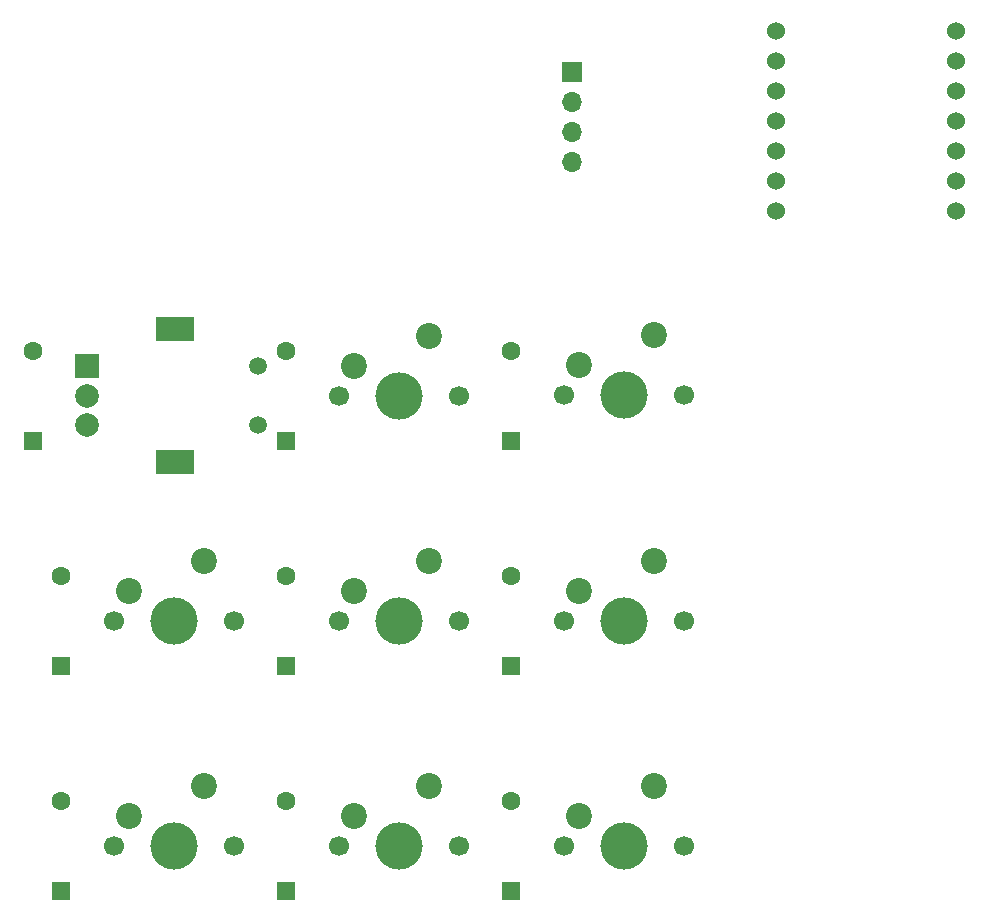
<source format=gbr>
%TF.GenerationSoftware,KiCad,Pcbnew,9.0.2*%
%TF.CreationDate,2025-07-05T22:14:00-05:00*%
%TF.ProjectId,starpad,73746172-7061-4642-9e6b-696361645f70,rev?*%
%TF.SameCoordinates,Original*%
%TF.FileFunction,Soldermask,Bot*%
%TF.FilePolarity,Negative*%
%FSLAX46Y46*%
G04 Gerber Fmt 4.6, Leading zero omitted, Abs format (unit mm)*
G04 Created by KiCad (PCBNEW 9.0.2) date 2025-07-05 22:14:00*
%MOMM*%
%LPD*%
G01*
G04 APERTURE LIST*
G04 Aperture macros list*
%AMRoundRect*
0 Rectangle with rounded corners*
0 $1 Rounding radius*
0 $2 $3 $4 $5 $6 $7 $8 $9 X,Y pos of 4 corners*
0 Add a 4 corners polygon primitive as box body*
4,1,4,$2,$3,$4,$5,$6,$7,$8,$9,$2,$3,0*
0 Add four circle primitives for the rounded corners*
1,1,$1+$1,$2,$3*
1,1,$1+$1,$4,$5*
1,1,$1+$1,$6,$7*
1,1,$1+$1,$8,$9*
0 Add four rect primitives between the rounded corners*
20,1,$1+$1,$2,$3,$4,$5,0*
20,1,$1+$1,$4,$5,$6,$7,0*
20,1,$1+$1,$6,$7,$8,$9,0*
20,1,$1+$1,$8,$9,$2,$3,0*%
G04 Aperture macros list end*
%ADD10C,1.524000*%
%ADD11RoundRect,0.250000X0.550000X-0.550000X0.550000X0.550000X-0.550000X0.550000X-0.550000X-0.550000X0*%
%ADD12C,1.600000*%
%ADD13R,1.700000X1.700000*%
%ADD14O,1.700000X1.700000*%
%ADD15C,1.700000*%
%ADD16C,4.000000*%
%ADD17C,2.200000*%
%ADD18C,1.500000*%
%ADD19R,2.000000X2.000000*%
%ADD20C,2.000000*%
%ADD21R,3.200000X2.000000*%
G04 APERTURE END LIST*
D10*
%TO.C,U1*%
X131970000Y-92960000D03*
X131970000Y-95500000D03*
X131970000Y-98040000D03*
X131970000Y-100580000D03*
X131970000Y-103120000D03*
X131970000Y-105660000D03*
X131970000Y-108200000D03*
X147210000Y-108200000D03*
X147210000Y-105660000D03*
X147210000Y-103120000D03*
X147210000Y-100580000D03*
X147210000Y-98040000D03*
X147210000Y-95500000D03*
X147210000Y-92960000D03*
%TD*%
D11*
%TO.C,D7*%
X90487500Y-165735000D03*
D12*
X90487500Y-158115000D03*
%TD*%
D11*
%TO.C,D4*%
X90487500Y-146685000D03*
D12*
X90487500Y-139065000D03*
%TD*%
D13*
%TO.C,J1*%
X114685000Y-96455000D03*
D14*
X114685000Y-98995000D03*
X114685000Y-101535000D03*
X114685000Y-104075000D03*
%TD*%
D11*
%TO.C,D6*%
X71437500Y-165735000D03*
D12*
X71437500Y-158115000D03*
%TD*%
D15*
%TO.C,SW6*%
X75882500Y-161925000D03*
D16*
X80962500Y-161925000D03*
D15*
X86042500Y-161925000D03*
D17*
X83502500Y-156845000D03*
X77152500Y-159385000D03*
%TD*%
D11*
%TO.C,D2*%
X109537500Y-127635000D03*
D12*
X109537500Y-120015000D03*
%TD*%
D15*
%TO.C,SW2*%
X113992500Y-123805000D03*
D16*
X119072500Y-123805000D03*
D15*
X124152500Y-123805000D03*
D17*
X121612500Y-118725000D03*
X115262500Y-121265000D03*
%TD*%
D15*
%TO.C,SW3*%
X75882500Y-142875000D03*
D16*
X80962500Y-142875000D03*
D15*
X86042500Y-142875000D03*
D17*
X83502500Y-137795000D03*
X77152500Y-140335000D03*
%TD*%
D11*
%TO.C,D1*%
X90487500Y-127635000D03*
D12*
X90487500Y-120015000D03*
%TD*%
D11*
%TO.C,D5*%
X109537500Y-146685000D03*
D12*
X109537500Y-139065000D03*
%TD*%
D18*
%TO.C,SW10*%
X88106250Y-121325000D03*
X88106250Y-126325000D03*
D19*
X73606250Y-121325000D03*
D20*
X73606250Y-126325000D03*
X73606250Y-123825000D03*
D21*
X81106250Y-118225000D03*
X81106250Y-129425000D03*
%TD*%
D15*
%TO.C,SW8*%
X113982500Y-161925000D03*
D16*
X119062500Y-161925000D03*
D15*
X124142500Y-161925000D03*
D17*
X121602500Y-156845000D03*
X115252500Y-159385000D03*
%TD*%
D15*
%TO.C,SW7*%
X94932500Y-161925000D03*
D16*
X100012500Y-161925000D03*
D15*
X105092500Y-161925000D03*
D17*
X102552500Y-156845000D03*
X96202500Y-159385000D03*
%TD*%
D15*
%TO.C,SW5*%
X113982500Y-142875000D03*
D16*
X119062500Y-142875000D03*
D15*
X124142500Y-142875000D03*
D17*
X121602500Y-137795000D03*
X115252500Y-140335000D03*
%TD*%
D11*
%TO.C,D9*%
X69056250Y-127635000D03*
D12*
X69056250Y-120015000D03*
%TD*%
D11*
%TO.C,D8*%
X109537500Y-165735000D03*
D12*
X109537500Y-158115000D03*
%TD*%
D15*
%TO.C,SW1*%
X94932500Y-123825000D03*
D16*
X100012500Y-123825000D03*
D15*
X105092500Y-123825000D03*
D17*
X102552500Y-118745000D03*
X96202500Y-121285000D03*
%TD*%
D15*
%TO.C,SW4*%
X94932500Y-142875000D03*
D16*
X100012500Y-142875000D03*
D15*
X105092500Y-142875000D03*
D17*
X102552500Y-137795000D03*
X96202500Y-140335000D03*
%TD*%
D11*
%TO.C,D3*%
X71437500Y-146685000D03*
D12*
X71437500Y-139065000D03*
%TD*%
M02*

</source>
